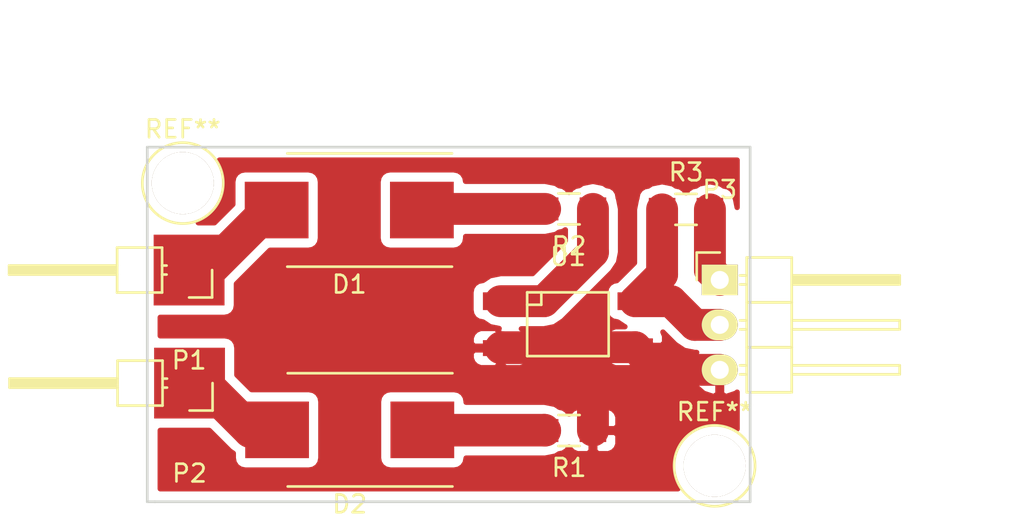
<source format=kicad_pcb>
(kicad_pcb (version 4) (host pcbnew 4.0.2-stable)

  (general
    (links 12)
    (no_connects 12)
    (area 66.875199 105.070393 128.902115 134.8576)
    (thickness 1.6)
    (drawings 11)
    (tracks 32)
    (zones 0)
    (modules 11)
    (nets 8)
  )

  (page A4)
  (layers
    (0 F.Cu signal)
    (31 B.Cu signal)
    (32 B.Adhes user)
    (33 F.Adhes user)
    (34 B.Paste user)
    (35 F.Paste user)
    (36 B.SilkS user)
    (37 F.SilkS user)
    (38 B.Mask user)
    (39 F.Mask user)
    (40 Dwgs.User user)
    (41 Cmts.User user)
    (42 Eco1.User user)
    (43 Eco2.User user)
    (44 Edge.Cuts user)
    (45 Margin user)
    (46 B.CrtYd user)
    (47 F.CrtYd user)
    (48 B.Fab user)
    (49 F.Fab user)
  )

  (setup
    (last_trace_width 1.8)
    (trace_clearance 0.25)
    (zone_clearance 0.508)
    (zone_45_only no)
    (trace_min 0.2)
    (segment_width 0.2)
    (edge_width 0.15)
    (via_size 0.6)
    (via_drill 0.4)
    (via_min_size 0.4)
    (via_min_drill 0.3)
    (uvia_size 0.3)
    (uvia_drill 0.1)
    (uvias_allowed no)
    (uvia_min_size 0.2)
    (uvia_min_drill 0.1)
    (pcb_text_width 0.3)
    (pcb_text_size 1.5 1.5)
    (mod_edge_width 0.15)
    (mod_text_size 1 1)
    (mod_text_width 0.15)
    (pad_size 4 4)
    (pad_drill 0)
    (pad_to_mask_clearance 0.2)
    (aux_axis_origin 0 0)
    (visible_elements FFFCFF7F)
    (pcbplotparams
      (layerselection 0x01080_00000001)
      (usegerberextensions false)
      (excludeedgelayer true)
      (linewidth 0.100000)
      (plotframeref false)
      (viasonmask false)
      (mode 1)
      (useauxorigin false)
      (hpglpennumber 1)
      (hpglpenspeed 20)
      (hpglpendiameter 15)
      (hpglpenoverlay 2)
      (psnegative false)
      (psa4output false)
      (plotreference true)
      (plotvalue true)
      (plotinvisibletext false)
      (padsonsilk false)
      (subtractmaskfromsilk false)
      (outputformat 1)
      (mirror false)
      (drillshape 0)
      (scaleselection 1)
      (outputdirectory ""))
  )

  (net 0 "")
  (net 1 "Net-(D1-Pad2)")
  (net 2 "Net-(D1-Pad1)")
  (net 3 "Net-(D2-Pad2)")
  (net 4 +12V)
  (net 5 "Net-(P3-Pad2)")
  (net 6 GND)
  (net 7 "Net-(R2-Pad1)")

  (net_class Default "This is the default net class."
    (clearance 0.25)
    (trace_width 1.8)
    (via_dia 0.6)
    (via_drill 0.4)
    (uvia_dia 0.3)
    (uvia_drill 0.1)
    (add_net +12V)
    (add_net GND)
    (add_net "Net-(D1-Pad1)")
    (add_net "Net-(D1-Pad2)")
    (add_net "Net-(D2-Pad2)")
    (add_net "Net-(P3-Pad2)")
    (add_net "Net-(R2-Pad1)")
  )

  (module Diodes_SMD:DO-214AB_Handsoldering (layer F.Cu) (tedit 55429DAE) (tstamp 57645A16)
    (at 86.8426 116.586 180)
    (descr "Jedec DO-214AB diode package. Designed according to Fairchild SS32 datasheet.")
    (tags "DO-214AB diode Handsoldering")
    (path /57630327)
    (attr smd)
    (fp_text reference D1 (at 0 -4.2 180) (layer F.SilkS)
      (effects (font (size 1 1) (thickness 0.15)))
    )
    (fp_text value M7 (at 0 4.6 180) (layer F.Fab)
      (effects (font (size 1 1) (thickness 0.15)))
    )
    (fp_line (start -6.15 -3.45) (end 6.15 -3.45) (layer F.CrtYd) (width 0.05))
    (fp_line (start 6.15 -3.45) (end 6.15 3.45) (layer F.CrtYd) (width 0.05))
    (fp_line (start 6.15 3.45) (end -6.15 3.45) (layer F.CrtYd) (width 0.05))
    (fp_line (start -6.15 3.45) (end -6.15 -3.45) (layer F.CrtYd) (width 0.05))
    (fp_line (start 3.5 3.2) (end -5.8 3.2) (layer F.SilkS) (width 0.15))
    (fp_line (start -5.8 -3.2) (end 3.5 -3.2) (layer F.SilkS) (width 0.15))
    (pad 2 smd rect (at 4.1 0 180) (size 3.6 3.2) (layers F.Cu F.Paste F.Mask)
      (net 1 "Net-(D1-Pad2)"))
    (pad 1 smd rect (at -4.1 0 180) (size 3.6 3.2) (layers F.Cu F.Paste F.Mask)
      (net 2 "Net-(D1-Pad1)"))
    (model Diodes_SMD.3dshapes/DO-214AB_Handsoldering.wrl
      (at (xyz 0 0 0))
      (scale (xyz 0.39 0.39 0.39))
      (rotate (xyz 0 0 180))
    )
  )

  (module Diodes_SMD:DO-214AB_Handsoldering (layer F.Cu) (tedit 55429DAE) (tstamp 57645A22)
    (at 86.868 129.0066 180)
    (descr "Jedec DO-214AB diode package. Designed according to Fairchild SS32 datasheet.")
    (tags "DO-214AB diode Handsoldering")
    (path /5763037D)
    (attr smd)
    (fp_text reference D2 (at 0 -4.2 180) (layer F.SilkS)
      (effects (font (size 1 1) (thickness 0.15)))
    )
    (fp_text value M7 (at 0 4.6 180) (layer F.Fab)
      (effects (font (size 1 1) (thickness 0.15)))
    )
    (fp_line (start -6.15 -3.45) (end 6.15 -3.45) (layer F.CrtYd) (width 0.05))
    (fp_line (start 6.15 -3.45) (end 6.15 3.45) (layer F.CrtYd) (width 0.05))
    (fp_line (start 6.15 3.45) (end -6.15 3.45) (layer F.CrtYd) (width 0.05))
    (fp_line (start -6.15 3.45) (end -6.15 -3.45) (layer F.CrtYd) (width 0.05))
    (fp_line (start 3.5 3.2) (end -5.8 3.2) (layer F.SilkS) (width 0.15))
    (fp_line (start -5.8 -3.2) (end 3.5 -3.2) (layer F.SilkS) (width 0.15))
    (pad 2 smd rect (at 4.1 0 180) (size 3.6 3.2) (layers F.Cu F.Paste F.Mask)
      (net 3 "Net-(D2-Pad2)"))
    (pad 1 smd rect (at -4.1 0 180) (size 3.6 3.2) (layers F.Cu F.Paste F.Mask)
      (net 2 "Net-(D1-Pad1)"))
    (model Diodes_SMD.3dshapes/DO-214AB_Handsoldering.wrl
      (at (xyz 0 0 0))
      (scale (xyz 0.39 0.39 0.39))
      (rotate (xyz 0 0 180))
    )
  )

  (module Pin_Headers:Pin_Header_Angled_1x01 (layer F.Cu) (tedit 57646390) (tstamp 57645A3B)
    (at 77.8002 119.9769 180)
    (descr "Through hole pin header")
    (tags "pin header")
    (path /57630281)
    (fp_text reference P1 (at 0 -5.1 180) (layer F.SilkS)
      (effects (font (size 1 1) (thickness 0.15)))
    )
    (fp_text value IN1 (at 0 -3.1 180) (layer F.Fab)
      (effects (font (size 1 1) (thickness 0.15)))
    )
    (fp_line (start -1.6 -1.75) (end -1.6 1.75) (layer F.CrtYd) (width 0.05))
    (fp_line (start 10.65 -1.75) (end 10.65 1.75) (layer F.CrtYd) (width 0.05))
    (fp_line (start -1.6 -1.75) (end 10.65 -1.75) (layer F.CrtYd) (width 0.05))
    (fp_line (start -1.6 1.75) (end 10.65 1.75) (layer F.CrtYd) (width 0.05))
    (fp_line (start -1.3 -1.55) (end -1.3 0) (layer F.SilkS) (width 0.15))
    (fp_line (start 0 -1.55) (end -1.3 -1.55) (layer F.SilkS) (width 0.15))
    (fp_line (start 4.191 -0.127) (end 10.033 -0.127) (layer F.SilkS) (width 0.15))
    (fp_line (start 10.033 -0.127) (end 10.033 0.127) (layer F.SilkS) (width 0.15))
    (fp_line (start 10.033 0.127) (end 4.191 0.127) (layer F.SilkS) (width 0.15))
    (fp_line (start 4.191 0.127) (end 4.191 0) (layer F.SilkS) (width 0.15))
    (fp_line (start 4.191 0) (end 10.033 0) (layer F.SilkS) (width 0.15))
    (fp_line (start 1.524 0.254) (end 1.27 0.254) (layer F.SilkS) (width 0.15))
    (fp_line (start 1.524 -0.254) (end 1.27 -0.254) (layer F.SilkS) (width 0.15))
    (fp_line (start 1.524 -1.27) (end 4.064 -1.27) (layer F.SilkS) (width 0.15))
    (fp_line (start 1.524 -1.27) (end 1.524 1.27) (layer F.SilkS) (width 0.15))
    (fp_line (start 1.524 1.27) (end 4.064 1.27) (layer F.SilkS) (width 0.15))
    (fp_line (start 4.064 -0.254) (end 10.16 -0.254) (layer F.SilkS) (width 0.15))
    (fp_line (start 10.16 -0.254) (end 10.16 0.254) (layer F.SilkS) (width 0.15))
    (fp_line (start 10.16 0.254) (end 4.064 0.254) (layer F.SilkS) (width 0.15))
    (fp_line (start 4.064 1.27) (end 4.064 -1.27) (layer F.SilkS) (width 0.15))
    (pad 1 smd rect (at 0 0 180) (size 4 4) (layers F.Cu F.Paste F.Mask)
      (net 1 "Net-(D1-Pad2)"))
    (model Pin_Headers.3dshapes/Pin_Header_Angled_1x01.wrl
      (at (xyz 0 0 0))
      (scale (xyz 1 1 1))
      (rotate (xyz 0 0 90))
    )
  )

  (module Pin_Headers:Pin_Header_Angled_1x01 (layer F.Cu) (tedit 57646382) (tstamp 57645A54)
    (at 77.8256 126.365 180)
    (descr "Through hole pin header")
    (tags "pin header")
    (path /576302D5)
    (fp_text reference P2 (at 0 -5.1 180) (layer F.SilkS)
      (effects (font (size 1 1) (thickness 0.15)))
    )
    (fp_text value IN2 (at 0 -3.1 180) (layer F.Fab)
      (effects (font (size 1 1) (thickness 0.15)))
    )
    (fp_line (start -1.6 -1.75) (end -1.6 1.75) (layer F.CrtYd) (width 0.05))
    (fp_line (start 10.65 -1.75) (end 10.65 1.75) (layer F.CrtYd) (width 0.05))
    (fp_line (start -1.6 -1.75) (end 10.65 -1.75) (layer F.CrtYd) (width 0.05))
    (fp_line (start -1.6 1.75) (end 10.65 1.75) (layer F.CrtYd) (width 0.05))
    (fp_line (start -1.3 -1.55) (end -1.3 0) (layer F.SilkS) (width 0.15))
    (fp_line (start 0 -1.55) (end -1.3 -1.55) (layer F.SilkS) (width 0.15))
    (fp_line (start 4.191 -0.127) (end 10.033 -0.127) (layer F.SilkS) (width 0.15))
    (fp_line (start 10.033 -0.127) (end 10.033 0.127) (layer F.SilkS) (width 0.15))
    (fp_line (start 10.033 0.127) (end 4.191 0.127) (layer F.SilkS) (width 0.15))
    (fp_line (start 4.191 0.127) (end 4.191 0) (layer F.SilkS) (width 0.15))
    (fp_line (start 4.191 0) (end 10.033 0) (layer F.SilkS) (width 0.15))
    (fp_line (start 1.524 0.254) (end 1.27 0.254) (layer F.SilkS) (width 0.15))
    (fp_line (start 1.524 -0.254) (end 1.27 -0.254) (layer F.SilkS) (width 0.15))
    (fp_line (start 1.524 -1.27) (end 4.064 -1.27) (layer F.SilkS) (width 0.15))
    (fp_line (start 1.524 -1.27) (end 1.524 1.27) (layer F.SilkS) (width 0.15))
    (fp_line (start 1.524 1.27) (end 4.064 1.27) (layer F.SilkS) (width 0.15))
    (fp_line (start 4.064 -0.254) (end 10.16 -0.254) (layer F.SilkS) (width 0.15))
    (fp_line (start 10.16 -0.254) (end 10.16 0.254) (layer F.SilkS) (width 0.15))
    (fp_line (start 10.16 0.254) (end 4.064 0.254) (layer F.SilkS) (width 0.15))
    (fp_line (start 4.064 1.27) (end 4.064 -1.27) (layer F.SilkS) (width 0.15))
    (pad 1 smd rect (at 0 0 180) (size 4 4) (layers F.Cu F.Paste F.Mask)
      (net 3 "Net-(D2-Pad2)"))
    (model Pin_Headers.3dshapes/Pin_Header_Angled_1x01.wrl
      (at (xyz 0 0 0))
      (scale (xyz 1 1 1))
      (rotate (xyz 0 0 90))
    )
  )

  (module Pin_Headers:Pin_Header_Angled_1x03 (layer F.Cu) (tedit 0) (tstamp 57645A81)
    (at 107.7595 120.5357)
    (descr "Through hole pin header")
    (tags "pin header")
    (path /57630B51)
    (fp_text reference P3 (at 0 -5.1) (layer F.SilkS)
      (effects (font (size 1 1) (thickness 0.15)))
    )
    (fp_text value CONN_01X03 (at 0 -3.1) (layer F.Fab)
      (effects (font (size 1 1) (thickness 0.15)))
    )
    (fp_line (start -1.5 -1.75) (end -1.5 6.85) (layer F.CrtYd) (width 0.05))
    (fp_line (start 10.65 -1.75) (end 10.65 6.85) (layer F.CrtYd) (width 0.05))
    (fp_line (start -1.5 -1.75) (end 10.65 -1.75) (layer F.CrtYd) (width 0.05))
    (fp_line (start -1.5 6.85) (end 10.65 6.85) (layer F.CrtYd) (width 0.05))
    (fp_line (start -1.3 -1.55) (end -1.3 0) (layer F.SilkS) (width 0.15))
    (fp_line (start 0 -1.55) (end -1.3 -1.55) (layer F.SilkS) (width 0.15))
    (fp_line (start 4.191 -0.127) (end 10.033 -0.127) (layer F.SilkS) (width 0.15))
    (fp_line (start 10.033 -0.127) (end 10.033 0.127) (layer F.SilkS) (width 0.15))
    (fp_line (start 10.033 0.127) (end 4.191 0.127) (layer F.SilkS) (width 0.15))
    (fp_line (start 4.191 0.127) (end 4.191 0) (layer F.SilkS) (width 0.15))
    (fp_line (start 4.191 0) (end 10.033 0) (layer F.SilkS) (width 0.15))
    (fp_line (start 1.524 -0.254) (end 1.143 -0.254) (layer F.SilkS) (width 0.15))
    (fp_line (start 1.524 0.254) (end 1.143 0.254) (layer F.SilkS) (width 0.15))
    (fp_line (start 1.524 2.286) (end 1.143 2.286) (layer F.SilkS) (width 0.15))
    (fp_line (start 1.524 2.794) (end 1.143 2.794) (layer F.SilkS) (width 0.15))
    (fp_line (start 1.524 4.826) (end 1.143 4.826) (layer F.SilkS) (width 0.15))
    (fp_line (start 1.524 5.334) (end 1.143 5.334) (layer F.SilkS) (width 0.15))
    (fp_line (start 4.064 1.27) (end 4.064 -1.27) (layer F.SilkS) (width 0.15))
    (fp_line (start 10.16 0.254) (end 4.064 0.254) (layer F.SilkS) (width 0.15))
    (fp_line (start 10.16 -0.254) (end 10.16 0.254) (layer F.SilkS) (width 0.15))
    (fp_line (start 4.064 -0.254) (end 10.16 -0.254) (layer F.SilkS) (width 0.15))
    (fp_line (start 1.524 1.27) (end 4.064 1.27) (layer F.SilkS) (width 0.15))
    (fp_line (start 1.524 -1.27) (end 1.524 1.27) (layer F.SilkS) (width 0.15))
    (fp_line (start 1.524 -1.27) (end 4.064 -1.27) (layer F.SilkS) (width 0.15))
    (fp_line (start 1.524 3.81) (end 4.064 3.81) (layer F.SilkS) (width 0.15))
    (fp_line (start 1.524 3.81) (end 1.524 6.35) (layer F.SilkS) (width 0.15))
    (fp_line (start 4.064 4.826) (end 10.16 4.826) (layer F.SilkS) (width 0.15))
    (fp_line (start 10.16 4.826) (end 10.16 5.334) (layer F.SilkS) (width 0.15))
    (fp_line (start 10.16 5.334) (end 4.064 5.334) (layer F.SilkS) (width 0.15))
    (fp_line (start 4.064 6.35) (end 4.064 3.81) (layer F.SilkS) (width 0.15))
    (fp_line (start 4.064 3.81) (end 4.064 1.27) (layer F.SilkS) (width 0.15))
    (fp_line (start 10.16 2.794) (end 4.064 2.794) (layer F.SilkS) (width 0.15))
    (fp_line (start 10.16 2.286) (end 10.16 2.794) (layer F.SilkS) (width 0.15))
    (fp_line (start 4.064 2.286) (end 10.16 2.286) (layer F.SilkS) (width 0.15))
    (fp_line (start 1.524 3.81) (end 4.064 3.81) (layer F.SilkS) (width 0.15))
    (fp_line (start 1.524 1.27) (end 1.524 3.81) (layer F.SilkS) (width 0.15))
    (fp_line (start 1.524 1.27) (end 4.064 1.27) (layer F.SilkS) (width 0.15))
    (fp_line (start 1.524 6.35) (end 4.064 6.35) (layer F.SilkS) (width 0.15))
    (pad 1 thru_hole rect (at 0 0) (size 2.032 1.7272) (drill 1.016) (layers *.Cu *.Mask F.SilkS)
      (net 4 +12V))
    (pad 2 thru_hole oval (at 0 2.54) (size 2.032 1.7272) (drill 1.016) (layers *.Cu *.Mask F.SilkS)
      (net 5 "Net-(P3-Pad2)"))
    (pad 3 thru_hole oval (at 0 5.08) (size 2.032 1.7272) (drill 1.016) (layers *.Cu *.Mask F.SilkS)
      (net 6 GND))
    (model Pin_Headers.3dshapes/Pin_Header_Angled_1x03.wrl
      (at (xyz 0 -0.1 0))
      (scale (xyz 1 1 1))
      (rotate (xyz 0 0 90))
    )
  )

  (module Resistors_SMD:R_0805_HandSoldering (layer F.Cu) (tedit 54189DEE) (tstamp 57645A8D)
    (at 99.2505 129.0447 180)
    (descr "Resistor SMD 0805, hand soldering")
    (tags "resistor 0805")
    (path /576306BC)
    (attr smd)
    (fp_text reference R1 (at 0 -2.1 180) (layer F.SilkS)
      (effects (font (size 1 1) (thickness 0.15)))
    )
    (fp_text value 10K (at 0 2.1 180) (layer F.Fab)
      (effects (font (size 1 1) (thickness 0.15)))
    )
    (fp_line (start -2.4 -1) (end 2.4 -1) (layer F.CrtYd) (width 0.05))
    (fp_line (start -2.4 1) (end 2.4 1) (layer F.CrtYd) (width 0.05))
    (fp_line (start -2.4 -1) (end -2.4 1) (layer F.CrtYd) (width 0.05))
    (fp_line (start 2.4 -1) (end 2.4 1) (layer F.CrtYd) (width 0.05))
    (fp_line (start 0.6 0.875) (end -0.6 0.875) (layer F.SilkS) (width 0.15))
    (fp_line (start -0.6 -0.875) (end 0.6 -0.875) (layer F.SilkS) (width 0.15))
    (pad 1 smd rect (at -1.35 0 180) (size 1.5 1.3) (layers F.Cu F.Paste F.Mask)
      (net 6 GND))
    (pad 2 smd rect (at 1.35 0 180) (size 1.5 1.3) (layers F.Cu F.Paste F.Mask)
      (net 2 "Net-(D1-Pad1)"))
    (model Resistors_SMD.3dshapes/R_0805_HandSoldering.wrl
      (at (xyz 0 0 0))
      (scale (xyz 1 1 1))
      (rotate (xyz 0 0 0))
    )
  )

  (module Resistors_SMD:R_0805_HandSoldering (layer F.Cu) (tedit 54189DEE) (tstamp 57645A99)
    (at 99.2505 116.5225 180)
    (descr "Resistor SMD 0805, hand soldering")
    (tags "resistor 0805")
    (path /5763059B)
    (attr smd)
    (fp_text reference R2 (at 0 -2.1 180) (layer F.SilkS)
      (effects (font (size 1 1) (thickness 0.15)))
    )
    (fp_text value 2K2 (at 0 2.1 180) (layer F.Fab)
      (effects (font (size 1 1) (thickness 0.15)))
    )
    (fp_line (start -2.4 -1) (end 2.4 -1) (layer F.CrtYd) (width 0.05))
    (fp_line (start -2.4 1) (end 2.4 1) (layer F.CrtYd) (width 0.05))
    (fp_line (start -2.4 -1) (end -2.4 1) (layer F.CrtYd) (width 0.05))
    (fp_line (start 2.4 -1) (end 2.4 1) (layer F.CrtYd) (width 0.05))
    (fp_line (start 0.6 0.875) (end -0.6 0.875) (layer F.SilkS) (width 0.15))
    (fp_line (start -0.6 -0.875) (end 0.6 -0.875) (layer F.SilkS) (width 0.15))
    (pad 1 smd rect (at -1.35 0 180) (size 1.5 1.3) (layers F.Cu F.Paste F.Mask)
      (net 7 "Net-(R2-Pad1)"))
    (pad 2 smd rect (at 1.35 0 180) (size 1.5 1.3) (layers F.Cu F.Paste F.Mask)
      (net 2 "Net-(D1-Pad1)"))
    (model Resistors_SMD.3dshapes/R_0805_HandSoldering.wrl
      (at (xyz 0 0 0))
      (scale (xyz 1 1 1))
      (rotate (xyz 0 0 0))
    )
  )

  (module Resistors_SMD:R_0805_HandSoldering (layer F.Cu) (tedit 54189DEE) (tstamp 57645AA5)
    (at 105.8545 116.5479)
    (descr "Resistor SMD 0805, hand soldering")
    (tags "resistor 0805")
    (path /576309ED)
    (attr smd)
    (fp_text reference R3 (at 0 -2.1) (layer F.SilkS)
      (effects (font (size 1 1) (thickness 0.15)))
    )
    (fp_text value 10K (at 0 2.1) (layer F.Fab)
      (effects (font (size 1 1) (thickness 0.15)))
    )
    (fp_line (start -2.4 -1) (end 2.4 -1) (layer F.CrtYd) (width 0.05))
    (fp_line (start -2.4 1) (end 2.4 1) (layer F.CrtYd) (width 0.05))
    (fp_line (start -2.4 -1) (end -2.4 1) (layer F.CrtYd) (width 0.05))
    (fp_line (start 2.4 -1) (end 2.4 1) (layer F.CrtYd) (width 0.05))
    (fp_line (start 0.6 0.875) (end -0.6 0.875) (layer F.SilkS) (width 0.15))
    (fp_line (start -0.6 -0.875) (end 0.6 -0.875) (layer F.SilkS) (width 0.15))
    (pad 1 smd rect (at -1.35 0) (size 1.5 1.3) (layers F.Cu F.Paste F.Mask)
      (net 5 "Net-(P3-Pad2)"))
    (pad 2 smd rect (at 1.35 0) (size 1.5 1.3) (layers F.Cu F.Paste F.Mask)
      (net 4 +12V))
    (model Resistors_SMD.3dshapes/R_0805_HandSoldering.wrl
      (at (xyz 0 0 0))
      (scale (xyz 1 1 1))
      (rotate (xyz 0 0 0))
    )
  )

  (module Opto-Devices:Optocoupler_SMD_HandSoldering_KPC357_LTV35x_PC357_SingleChannel (layer F.Cu) (tedit 576462D3) (tstamp 57645AB3)
    (at 99.187 123.0376)
    (descr "Optocoupler, SMD,  Single Channel, Hand Soldering, like KPC357, LTV35x, PC357")
    (tags "Optocoupler Single Channel KPC357 LTV35x PC357")
    (path /5763085C)
    (fp_text reference U1 (at 0 -3.81) (layer F.SilkS)
      (effects (font (size 1 1) (thickness 0.15)))
    )
    (fp_text value OPTO (at 1.27 3.81) (layer F.Fab)
      (effects (font (size 1 1) (thickness 0.15)))
    )
    (fp_line (start -1.50114 -1.80086) (end -1.50114 -1.09982) (layer F.SilkS) (width 0.15))
    (fp_line (start -1.50114 -1.09982) (end -2.30124 -1.09982) (layer F.SilkS) (width 0.15))
    (fp_line (start 2.30124 -1.80086) (end -2.30124 -1.80086) (layer F.SilkS) (width 0.15))
    (fp_line (start -2.30124 -1.80086) (end -2.30124 1.80086) (layer F.SilkS) (width 0.15))
    (fp_line (start -2.30124 1.80086) (end 2.30124 1.80086) (layer F.SilkS) (width 0.15))
    (fp_line (start 2.30124 1.80086) (end 2.30124 -1.80086) (layer F.SilkS) (width 0.15))
    (pad 2 smd rect (at -3.79984 1.34874) (size 1.99898 0.89916) (layers F.Cu F.Paste F.Mask)
      (net 6 GND))
    (pad 1 smd rect (at -3.79984 -1.30048) (size 1.99898 1.00076) (layers F.Cu F.Paste F.Mask)
      (net 7 "Net-(R2-Pad1)"))
    (pad 16 smd rect (at 3.79984 -1.30048) (size 1.99898 1.00076) (layers F.Cu F.Paste F.Mask)
      (net 5 "Net-(P3-Pad2)"))
    (pad 15 smd rect (at 3.79984 1.30048) (size 1.99898 1.00076) (layers F.Cu F.Paste F.Mask)
      (net 6 GND))
  )

  (module drill:1pin (layer F.Cu) (tedit 575A41C8) (tstamp 57645C2F)
    (at 77.4446 115.062)
    (descr "module 1 pin (ou trou mecanique de percage)")
    (tags DEV)
    (fp_text reference REF** (at 0 -3.048) (layer F.SilkS)
      (effects (font (size 1 1) (thickness 0.15)))
    )
    (fp_text value 1pin (at 0 2.794) (layer F.Fab)
      (effects (font (size 1 1) (thickness 0.15)))
    )
    (fp_circle (center 0 0) (end 0 -2.286) (layer F.SilkS) (width 0.15))
    (pad 1 thru_hole circle (at 0 0) (size 3.5 3.5) (drill 3.5) (layers *.Cu *.Mask F.SilkS))
  )

  (module drill:1pin (layer F.Cu) (tedit 575A41C8) (tstamp 57645C3A)
    (at 107.4674 131.0386)
    (descr "module 1 pin (ou trou mecanique de percage)")
    (tags DEV)
    (fp_text reference REF** (at 0 -3.048) (layer F.SilkS)
      (effects (font (size 1 1) (thickness 0.15)))
    )
    (fp_text value 1pin (at 0 2.794) (layer F.Fab)
      (effects (font (size 1 1) (thickness 0.15)))
    )
    (fp_circle (center 0 0) (end 0 -2.286) (layer F.SilkS) (width 0.15))
    (pad 1 thru_hole circle (at 0 0) (size 3.5 3.5) (drill 3.5) (layers *.Cu *.Mask F.SilkS))
  )

  (gr_line (start 113.8682 123.0884) (end 75.5269 123.0884) (layer B.Paste) (width 0.2))
  (dimension 10.0584 (width 0.3) (layer B.Paste)
    (gr_text "10.058 mm" (at 115.7008 118.0338 270) (layer B.Paste)
      (effects (font (size 1.5 1.5) (thickness 0.3)))
    )
    (feature1 (pts (xy 113.7158 123.063) (xy 117.0508 123.063)))
    (feature2 (pts (xy 113.7158 113.0046) (xy 117.0508 113.0046)))
    (crossbar (pts (xy 114.3508 113.0046) (xy 114.3508 123.063)))
    (arrow1a (pts (xy 114.3508 123.063) (xy 113.764379 121.936496)))
    (arrow1b (pts (xy 114.3508 123.063) (xy 114.937221 121.936496)))
    (arrow2a (pts (xy 114.3508 113.0046) (xy 113.764379 114.131104)))
    (arrow2b (pts (xy 114.3508 113.0046) (xy 114.937221 114.131104)))
  )
  (dimension 16.07822 (width 0.3) (layer B.Paste)
    (gr_text "16.078 mm" (at 122.252115 122.99951 270) (layer B.Paste)
      (effects (font (size 1.5 1.5) (thickness 0.3)))
    )
    (feature1 (pts (xy 117.7798 131.03862) (xy 123.602115 131.03862)))
    (feature2 (pts (xy 117.7798 114.9604) (xy 123.602115 114.9604)))
    (crossbar (pts (xy 120.902115 114.9604) (xy 120.902115 131.03862)))
    (arrow1a (pts (xy 120.902115 131.03862) (xy 120.315694 129.912116)))
    (arrow1b (pts (xy 120.902115 131.03862) (xy 121.488536 129.912116)))
    (arrow2a (pts (xy 120.902115 114.9604) (xy 120.315694 116.086904)))
    (arrow2b (pts (xy 120.902115 114.9604) (xy 121.488536 116.086904)))
  )
  (dimension 29.997496 (width 0.3) (layer B.Paste)
    (gr_text "29.997 mm" (at 92.451539 106.570393) (layer B.Paste) (tstamp 57646178)
      (effects (font (size 1.5 1.5) (thickness 0.3)))
    )
    (feature1 (pts (xy 107.450287 112.676679) (xy 107.450287 105.220393)))
    (feature2 (pts (xy 77.452791 112.676679) (xy 77.452791 105.220393)))
    (crossbar (pts (xy 77.452791 107.920393) (xy 107.450287 107.920393)))
    (arrow1a (pts (xy 107.450287 107.920393) (xy 106.323783 108.506814)))
    (arrow1b (pts (xy 107.450287 107.920393) (xy 106.323783 107.333972)))
    (arrow2a (pts (xy 77.452791 107.920393) (xy 78.579295 108.506814)))
    (arrow2b (pts (xy 77.452791 107.920393) (xy 78.579295 107.333972)))
  )
  (gr_line (start 75.438 133.0706) (end 75.8952 133.0706) (layer Edge.Cuts) (width 0.15))
  (gr_line (start 75.438 113.03) (end 75.438 133.0706) (layer Edge.Cuts) (width 0.15))
  (gr_line (start 109.474 133.0706) (end 75.8444 133.0706) (layer Edge.Cuts) (width 0.15))
  (gr_line (start 109.474 113.03) (end 109.474 133.0706) (layer Edge.Cuts) (width 0.15))
  (dimension 20.0152 (width 0.3) (layer B.Paste)
    (gr_text "20.015 mm" (at 110.9314 123.046329 90) (layer B.Paste)
      (effects (font (size 1.5 1.5) (thickness 0.3)))
    )
    (feature1 (pts (xy 112.4338 133.053929) (xy 109.5814 133.053929)))
    (feature2 (pts (xy 112.4338 113.038729) (xy 109.5814 113.038729)))
    (crossbar (pts (xy 112.2814 113.038729) (xy 112.2814 133.053929)))
    (arrow1a (pts (xy 112.2814 133.053929) (xy 111.694979 131.927425)))
    (arrow1b (pts (xy 112.2814 133.053929) (xy 112.867821 131.927425)))
    (arrow2a (pts (xy 112.2814 113.038729) (xy 111.694979 114.165233)))
    (arrow2b (pts (xy 112.2814 113.038729) (xy 112.867821 114.165233)))
  )
  (gr_line (start 75.438 113.03) (end 109.474009 113.03) (layer Edge.Cuts) (width 0.15))
  (dimension 34.010685 (width 0.3) (layer B.Paste)
    (gr_text "34.011 mm" (at 92.443342 110.5878) (layer B.Paste) (tstamp 57645F2F)
      (effects (font (size 1.5 1.5) (thickness 0.3)))
    )
    (feature1 (pts (xy 109.448685 112.8522) (xy 109.448685 109.2378)))
    (feature2 (pts (xy 75.438 112.8522) (xy 75.438 109.2378)))
    (crossbar (pts (xy 75.438 111.9378) (xy 109.448685 111.9378)))
    (arrow1a (pts (xy 109.448685 111.9378) (xy 108.322181 112.524221)))
    (arrow1b (pts (xy 109.448685 111.9378) (xy 108.322181 111.351379)))
    (arrow2a (pts (xy 75.438 111.9378) (xy 76.564504 112.524221)))
    (arrow2b (pts (xy 75.438 111.9378) (xy 76.564504 111.351379)))
  )

  (segment (start 77.8002 119.9769) (end 78.9051 119.9769) (width 2) (layer F.Cu) (net 1))
  (segment (start 78.9051 119.9769) (end 82.296 116.586) (width 2) (layer F.Cu) (net 1))
  (segment (start 82.296 116.586) (end 82.7426 116.586) (width 2) (layer F.Cu) (net 1))
  (segment (start 90.968 129.0066) (end 97.8624 129.0066) (width 1.8) (layer F.Cu) (net 2))
  (segment (start 97.8624 129.0066) (end 97.9005 129.0447) (width 1.8) (layer F.Cu) (net 2))
  (segment (start 97.9005 116.5225) (end 91.0061 116.5225) (width 1.8) (layer F.Cu) (net 2))
  (segment (start 91.0061 116.5225) (end 90.9426 116.586) (width 1.8) (layer F.Cu) (net 2))
  (segment (start 97.9005 129.0447) (end 91.0061 129.0447) (width 1.8) (layer F.Cu) (net 2))
  (segment (start 91.0061 129.0447) (end 90.968 129.0066) (width 2) (layer F.Cu) (net 2))
  (segment (start 77.8256 126.365) (end 78.613 126.365) (width 2) (layer F.Cu) (net 3))
  (segment (start 78.613 126.365) (end 81.28 129.032) (width 2) (layer F.Cu) (net 3))
  (segment (start 81.28 129.032) (end 82.7426 129.032) (width 2) (layer F.Cu) (net 3))
  (segment (start 82.7426 129.032) (end 82.768 129.0066) (width 2) (layer F.Cu) (net 3))
  (segment (start 107.2045 116.5479) (end 107.2045 119.9807) (width 1.8) (layer F.Cu) (net 4))
  (segment (start 107.2045 119.9807) (end 107.7595 120.5357) (width 1.8) (layer F.Cu) (net 4))
  (segment (start 104.5045 116.5479) (end 104.5045 120.21946) (width 1.8) (layer F.Cu) (net 5))
  (segment (start 104.5045 120.21946) (end 102.98684 121.73712) (width 1.8) (layer F.Cu) (net 5))
  (segment (start 102.98684 121.73712) (end 105.011318 121.73712) (width 1.8) (layer F.Cu) (net 5))
  (segment (start 105.011318 121.73712) (end 106.349898 123.0757) (width 1.8) (layer F.Cu) (net 5))
  (segment (start 106.349898 123.0757) (end 107.7595 123.0757) (width 1.8) (layer F.Cu) (net 5))
  (segment (start 95.38716 124.38634) (end 98.39214 124.38634) (width 1.8) (layer F.Cu) (net 6))
  (segment (start 98.39214 124.38634) (end 98.4658 124.46) (width 1.8) (layer F.Cu) (net 6))
  (segment (start 98.4658 124.46) (end 99.822 124.46) (width 1.8) (layer F.Cu) (net 6))
  (segment (start 99.822 124.46) (end 100.6005 125.2385) (width 1.8) (layer F.Cu) (net 6))
  (segment (start 100.6005 125.2385) (end 100.6005 129.0447) (width 1.8) (layer F.Cu) (net 6))
  (segment (start 102.98684 124.33808) (end 95.43542 124.33808) (width 1.8) (layer F.Cu) (net 6))
  (segment (start 95.43542 124.33808) (end 95.38716 124.38634) (width 1.8) (layer F.Cu) (net 6))
  (segment (start 102.98684 124.33808) (end 104.26446 125.6157) (width 1.8) (layer F.Cu) (net 6))
  (segment (start 104.26446 125.6157) (end 107.7595 125.6157) (width 1.8) (layer F.Cu) (net 6))
  (segment (start 100.6005 116.5225) (end 100.6005 118.9725) (width 1.8) (layer F.Cu) (net 7))
  (segment (start 100.6005 118.9725) (end 97.83588 121.73712) (width 1.8) (layer F.Cu) (net 7))
  (segment (start 97.83588 121.73712) (end 95.38716 121.73712) (width 1.8) (layer F.Cu) (net 7))

  (zone (net 6) (net_name GND) (layer F.Cu) (tstamp 0) (hatch edge 0.508)
    (connect_pads (clearance 0.508))
    (min_thickness 0.3)
    (fill yes (arc_segments 16) (thermal_gap 0.508) (thermal_bridge_width 0.508))
    (polygon
      (pts
        (xy 75.438 113.03) (xy 109.474 113.03) (xy 109.474 133.096) (xy 75.438 133.096)
      )
    )
    (filled_polygon
      (pts
        (xy 108.741 116.439812) (xy 108.643904 115.951679) (xy 108.62539 115.923971) (xy 108.62539 115.8979) (xy 108.579508 115.65406)
        (xy 108.435399 115.430108) (xy 108.215514 115.279867) (xy 107.988348 115.233864) (xy 107.800721 115.108496) (xy 107.2045 114.9899)
        (xy 106.608279 115.108496) (xy 106.421663 115.233189) (xy 106.21066 115.272892) (xy 105.986708 115.417001) (xy 105.852942 115.612775)
        (xy 105.735399 115.430108) (xy 105.515514 115.279867) (xy 105.288348 115.233864) (xy 105.100721 115.108496) (xy 104.5045 114.9899)
        (xy 103.908279 115.108496) (xy 103.721663 115.233189) (xy 103.51066 115.272892) (xy 103.286708 115.417001) (xy 103.136467 115.636886)
        (xy 103.08361 115.8979) (xy 103.08361 115.923971) (xy 103.065096 115.951679) (xy 102.9465 116.5479) (xy 102.9465 119.574115)
        (xy 101.947214 120.573402) (xy 101.74351 120.611732) (xy 101.519558 120.755841) (xy 101.369317 120.975726) (xy 101.31646 121.23674)
        (xy 101.31646 122.2375) (xy 101.362342 122.48134) (xy 101.506451 122.705292) (xy 101.726336 122.855533) (xy 101.98735 122.90839)
        (xy 101.989329 122.90839) (xy 102.390619 123.176524) (xy 102.406586 123.1797) (xy 101.856466 123.1797) (xy 101.614623 123.279874)
        (xy 101.429525 123.464973) (xy 101.32935 123.706815) (xy 101.32935 124.06958) (xy 101.49385 124.23408) (xy 102.88284 124.23408)
        (xy 102.88284 124.21408) (xy 103.09084 124.21408) (xy 103.09084 124.23408) (xy 104.47983 124.23408) (xy 104.64433 124.06958)
        (xy 104.64433 123.706815) (xy 104.550044 123.47919) (xy 105.248226 124.177372) (xy 105.753677 124.515104) (xy 106.349898 124.6337)
        (xy 106.45799 124.6337) (xy 106.403213 124.6812) (xy 106.137236 125.213042) (xy 106.124017 125.275506) (xy 106.253991 125.5117)
        (xy 107.6555 125.5117) (xy 107.6555 125.4917) (xy 107.8635 125.4917) (xy 107.8635 125.5117) (xy 107.8835 125.5117)
        (xy 107.8835 125.7197) (xy 107.8635 125.7197) (xy 107.8635 126.97445) (xy 108.102385 127.127768) (xy 108.666529 126.939773)
        (xy 108.741 126.875196) (xy 108.741 128.960101) (xy 107.948482 128.631018) (xy 106.99052 128.630182) (xy 106.105159 128.996006)
        (xy 105.427187 129.672796) (xy 105.059818 130.557518) (xy 105.058982 131.51548) (xy 105.398675 132.3376) (xy 76.171 132.3376)
        (xy 76.171 129.03589) (xy 78.939124 129.03589) (xy 80.107617 130.204383) (xy 80.29711 130.330998) (xy 80.29711 130.6066)
        (xy 80.342992 130.85044) (xy 80.487101 131.074392) (xy 80.706986 131.224633) (xy 80.968 131.27749) (xy 84.568 131.27749)
        (xy 84.81184 131.231608) (xy 85.035792 131.087499) (xy 85.186033 130.867614) (xy 85.23889 130.6066) (xy 85.23889 127.4066)
        (xy 88.49711 127.4066) (xy 88.49711 130.6066) (xy 88.542992 130.85044) (xy 88.687101 131.074392) (xy 88.906986 131.224633)
        (xy 89.168 131.27749) (xy 92.768 131.27749) (xy 93.01184 131.231608) (xy 93.235792 131.087499) (xy 93.386033 130.867614)
        (xy 93.43889 130.6066) (xy 93.43889 130.6027) (xy 97.9005 130.6027) (xy 98.496721 130.484105) (xy 98.683339 130.359411)
        (xy 98.89434 130.319708) (xy 99.118292 130.175599) (xy 99.254754 129.97588) (xy 99.292675 130.067427) (xy 99.477773 130.252526)
        (xy 99.719616 130.3527) (xy 100.332 130.3527) (xy 100.4965 130.1882) (xy 100.4965 129.1487) (xy 100.7045 129.1487)
        (xy 100.7045 130.1882) (xy 100.869 130.3527) (xy 101.481384 130.3527) (xy 101.723227 130.252526) (xy 101.908325 130.067427)
        (xy 102.0085 129.825585) (xy 102.0085 129.3132) (xy 101.844 129.1487) (xy 100.7045 129.1487) (xy 100.4965 129.1487)
        (xy 100.4765 129.1487) (xy 100.4765 128.9407) (xy 100.4965 128.9407) (xy 100.4965 127.9012) (xy 100.7045 127.9012)
        (xy 100.7045 128.9407) (xy 101.844 128.9407) (xy 102.0085 128.7762) (xy 102.0085 128.263815) (xy 101.908325 128.021973)
        (xy 101.723227 127.836874) (xy 101.481384 127.7367) (xy 100.869 127.7367) (xy 100.7045 127.9012) (xy 100.4965 127.9012)
        (xy 100.332 127.7367) (xy 99.719616 127.7367) (xy 99.477773 127.836874) (xy 99.292675 128.021973) (xy 99.253472 128.116616)
        (xy 99.131399 127.926908) (xy 98.911514 127.776667) (xy 98.711496 127.736162) (xy 98.458621 127.567196) (xy 97.8624 127.4486)
        (xy 93.43889 127.4486) (xy 93.43889 127.4066) (xy 93.393008 127.16276) (xy 93.248899 126.938808) (xy 93.029014 126.788567)
        (xy 92.768 126.73571) (xy 89.168 126.73571) (xy 88.92416 126.781592) (xy 88.700208 126.925701) (xy 88.549967 127.145586)
        (xy 88.49711 127.4066) (xy 85.23889 127.4066) (xy 85.193008 127.16276) (xy 85.048899 126.938808) (xy 84.829014 126.788567)
        (xy 84.568 126.73571) (xy 81.328476 126.73571) (xy 80.54866 125.955894) (xy 106.124017 125.955894) (xy 106.137236 126.018358)
        (xy 106.403213 126.5502) (xy 106.852471 126.939773) (xy 107.416615 127.127768) (xy 107.6555 126.97445) (xy 107.6555 125.7197)
        (xy 106.253991 125.7197) (xy 106.124017 125.955894) (xy 80.54866 125.955894) (xy 80.49649 125.903724) (xy 80.49649 124.65484)
        (xy 93.72967 124.65484) (xy 93.72967 124.966805) (xy 93.829845 125.208647) (xy 94.014943 125.393746) (xy 94.256786 125.49392)
        (xy 95.11866 125.49392) (xy 95.28316 125.32942) (xy 95.28316 124.49034) (xy 95.49116 124.49034) (xy 95.49116 125.32942)
        (xy 95.65566 125.49392) (xy 96.517534 125.49392) (xy 96.759377 125.393746) (xy 96.944475 125.208647) (xy 97.04465 124.966805)
        (xy 97.04465 124.65484) (xy 96.99639 124.60658) (xy 101.32935 124.60658) (xy 101.32935 124.969345) (xy 101.429525 125.211187)
        (xy 101.614623 125.396286) (xy 101.856466 125.49646) (xy 102.71834 125.49646) (xy 102.88284 125.33196) (xy 102.88284 124.44208)
        (xy 103.09084 124.44208) (xy 103.09084 125.33196) (xy 103.25534 125.49646) (xy 104.117214 125.49646) (xy 104.359057 125.396286)
        (xy 104.544155 125.211187) (xy 104.64433 124.969345) (xy 104.64433 124.60658) (xy 104.47983 124.44208) (xy 103.09084 124.44208)
        (xy 102.88284 124.44208) (xy 101.49385 124.44208) (xy 101.32935 124.60658) (xy 96.99639 124.60658) (xy 96.88015 124.49034)
        (xy 95.49116 124.49034) (xy 95.28316 124.49034) (xy 93.89417 124.49034) (xy 93.72967 124.65484) (xy 80.49649 124.65484)
        (xy 80.49649 124.365) (xy 80.450608 124.12116) (xy 80.306499 123.897208) (xy 80.086614 123.746967) (xy 79.8256 123.69411)
        (xy 76.171 123.69411) (xy 76.171 122.64779) (xy 79.8002 122.64779) (xy 80.04404 122.601908) (xy 80.267992 122.457799)
        (xy 80.418233 122.237914) (xy 80.47109 121.9769) (xy 80.47109 120.755676) (xy 82.369876 118.85689) (xy 84.5426 118.85689)
        (xy 84.78644 118.811008) (xy 85.010392 118.666899) (xy 85.160633 118.447014) (xy 85.21349 118.186) (xy 85.21349 114.986)
        (xy 88.47171 114.986) (xy 88.47171 118.186) (xy 88.517592 118.42984) (xy 88.661701 118.653792) (xy 88.881586 118.804033)
        (xy 89.1426 118.85689) (xy 92.7426 118.85689) (xy 92.98644 118.811008) (xy 93.210392 118.666899) (xy 93.360633 118.447014)
        (xy 93.41349 118.186) (xy 93.41349 118.0805) (xy 97.9005 118.0805) (xy 98.496721 117.961904) (xy 98.683337 117.837211)
        (xy 98.89434 117.797508) (xy 99.0425 117.70217) (xy 99.0425 118.327156) (xy 97.190536 120.17912) (xy 95.38716 120.17912)
        (xy 94.790939 120.297716) (xy 94.389649 120.56585) (xy 94.38767 120.56585) (xy 94.14383 120.611732) (xy 93.919878 120.755841)
        (xy 93.769637 120.975726) (xy 93.71678 121.23674) (xy 93.71678 122.2375) (xy 93.762662 122.48134) (xy 93.906771 122.705292)
        (xy 94.126656 122.855533) (xy 94.38767 122.90839) (xy 94.389649 122.90839) (xy 94.790939 123.176524) (xy 95.304913 123.27876)
        (xy 95.283158 123.27876) (xy 95.283158 123.443258) (xy 95.11866 123.27876) (xy 94.256786 123.27876) (xy 94.014943 123.378934)
        (xy 93.829845 123.564033) (xy 93.72967 123.805875) (xy 93.72967 124.11784) (xy 93.89417 124.28234) (xy 95.28316 124.28234)
        (xy 95.28316 124.26234) (xy 95.49116 124.26234) (xy 95.49116 124.28234) (xy 96.88015 124.28234) (xy 97.04465 124.11784)
        (xy 97.04465 123.805875) (xy 96.944475 123.564033) (xy 96.759377 123.378934) (xy 96.557031 123.29512) (xy 97.83588 123.29512)
        (xy 98.432101 123.176524) (xy 98.937552 122.838792) (xy 101.702172 120.074172) (xy 101.970828 119.6721) (xy 102.039904 119.568721)
        (xy 102.1585 118.9725) (xy 102.1585 116.5225) (xy 102.039904 115.926279) (xy 102.02139 115.898571) (xy 102.02139 115.8725)
        (xy 101.975508 115.62866) (xy 101.831399 115.404708) (xy 101.611514 115.254467) (xy 101.384348 115.208464) (xy 101.196721 115.083096)
        (xy 100.6005 114.9645) (xy 100.004279 115.083096) (xy 99.817663 115.207789) (xy 99.60666 115.247492) (xy 99.382708 115.391601)
        (xy 99.248942 115.587375) (xy 99.131399 115.404708) (xy 98.911514 115.254467) (xy 98.684348 115.208464) (xy 98.496721 115.083096)
        (xy 97.9005 114.9645) (xy 93.409444 114.9645) (xy 93.367608 114.74216) (xy 93.223499 114.518208) (xy 93.003614 114.367967)
        (xy 92.7426 114.31511) (xy 89.1426 114.31511) (xy 88.89876 114.360992) (xy 88.674808 114.505101) (xy 88.524567 114.724986)
        (xy 88.47171 114.986) (xy 85.21349 114.986) (xy 85.167608 114.74216) (xy 85.023499 114.518208) (xy 84.803614 114.367967)
        (xy 84.5426 114.31511) (xy 80.9426 114.31511) (xy 80.69876 114.360992) (xy 80.474808 114.505101) (xy 80.324567 114.724986)
        (xy 80.27171 114.986) (xy 80.27171 116.265524) (xy 79.231224 117.30601) (xy 78.319377 117.30601) (xy 78.806841 117.104594)
        (xy 79.484813 116.427804) (xy 79.852182 115.543082) (xy 79.853018 114.58512) (xy 79.513325 113.763) (xy 108.741 113.763)
      )
    )
  )
)

</source>
